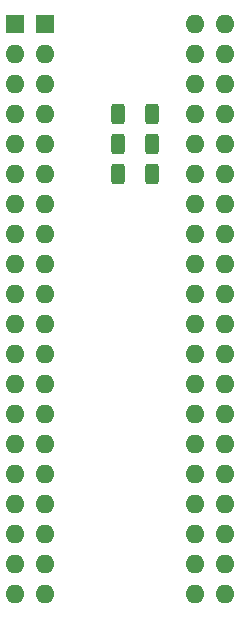
<source format=gbr>
%TF.GenerationSoftware,KiCad,Pcbnew,(6.0.1-0)*%
%TF.CreationDate,2022-02-15T12:12:10-07:00*%
%TF.ProjectId,TMS9118-9128,544d5339-3131-4382-9d39-3132382e6b69,rev?*%
%TF.SameCoordinates,Original*%
%TF.FileFunction,Soldermask,Bot*%
%TF.FilePolarity,Negative*%
%FSLAX46Y46*%
G04 Gerber Fmt 4.6, Leading zero omitted, Abs format (unit mm)*
G04 Created by KiCad (PCBNEW (6.0.1-0)) date 2022-02-15 12:12:10*
%MOMM*%
%LPD*%
G01*
G04 APERTURE LIST*
G04 Aperture macros list*
%AMRoundRect*
0 Rectangle with rounded corners*
0 $1 Rounding radius*
0 $2 $3 $4 $5 $6 $7 $8 $9 X,Y pos of 4 corners*
0 Add a 4 corners polygon primitive as box body*
4,1,4,$2,$3,$4,$5,$6,$7,$8,$9,$2,$3,0*
0 Add four circle primitives for the rounded corners*
1,1,$1+$1,$2,$3*
1,1,$1+$1,$4,$5*
1,1,$1+$1,$6,$7*
1,1,$1+$1,$8,$9*
0 Add four rect primitives between the rounded corners*
20,1,$1+$1,$2,$3,$4,$5,0*
20,1,$1+$1,$4,$5,$6,$7,0*
20,1,$1+$1,$6,$7,$8,$9,0*
20,1,$1+$1,$8,$9,$2,$3,0*%
G04 Aperture macros list end*
%ADD10R,1.600000X1.600000*%
%ADD11O,1.600000X1.600000*%
%ADD12RoundRect,0.250000X0.312500X0.625000X-0.312500X0.625000X-0.312500X-0.625000X0.312500X-0.625000X0*%
G04 APERTURE END LIST*
D10*
%TO.C,BOARD SIDE*%
X124460000Y-66040000D03*
D11*
X124460000Y-68580000D03*
X124460000Y-71120000D03*
X124460000Y-73660000D03*
X124460000Y-76200000D03*
X124460000Y-78740000D03*
X124460000Y-81280000D03*
X124460000Y-83820000D03*
X124460000Y-86360000D03*
X124460000Y-88900000D03*
X124460000Y-91440000D03*
X124460000Y-93980000D03*
X124460000Y-96520000D03*
X124460000Y-99060000D03*
X124460000Y-101600000D03*
X124460000Y-104140000D03*
X124460000Y-106680000D03*
X124460000Y-109220000D03*
X124460000Y-111760000D03*
X124460000Y-114300000D03*
X139700000Y-114300000D03*
X139700000Y-111760000D03*
X139700000Y-109220000D03*
X139700000Y-106680000D03*
X139700000Y-104140000D03*
X139700000Y-101600000D03*
X139700000Y-99060000D03*
X139700000Y-96520000D03*
X139700000Y-93980000D03*
X139700000Y-91440000D03*
X139700000Y-88900000D03*
X139700000Y-86360000D03*
X139700000Y-83820000D03*
X139700000Y-81280000D03*
X139700000Y-78740000D03*
X139700000Y-76200000D03*
X139700000Y-73660000D03*
X139700000Y-71120000D03*
X139700000Y-68580000D03*
X139700000Y-66040000D03*
%TD*%
D10*
%TO.C,TMS9128*%
X121920000Y-66040000D03*
D11*
X121920000Y-68580000D03*
X121920000Y-71120000D03*
X121920000Y-73660000D03*
X121920000Y-76200000D03*
X121920000Y-78740000D03*
X121920000Y-81280000D03*
X121920000Y-83820000D03*
X121920000Y-86360000D03*
X121920000Y-88900000D03*
X121920000Y-91440000D03*
X121920000Y-93980000D03*
X121920000Y-96520000D03*
X121920000Y-99060000D03*
X121920000Y-101600000D03*
X121920000Y-104140000D03*
X121920000Y-106680000D03*
X121920000Y-109220000D03*
X121920000Y-111760000D03*
X121920000Y-114300000D03*
X137160000Y-114300000D03*
X137160000Y-111760000D03*
X137160000Y-109220000D03*
X137160000Y-106680000D03*
X137160000Y-104140000D03*
X137160000Y-101600000D03*
X137160000Y-99060000D03*
X137160000Y-96520000D03*
X137160000Y-93980000D03*
X137160000Y-91440000D03*
X137160000Y-88900000D03*
X137160000Y-86360000D03*
X137160000Y-83820000D03*
X137160000Y-81280000D03*
X137160000Y-78740000D03*
X137160000Y-76200000D03*
X137160000Y-73660000D03*
X137160000Y-71120000D03*
X137160000Y-68580000D03*
X137160000Y-66040000D03*
%TD*%
D12*
%TO.C,R1*%
X133542500Y-73660000D03*
X130617500Y-73660000D03*
%TD*%
%TO.C,R2*%
X133542500Y-76200000D03*
X130617500Y-76200000D03*
%TD*%
%TO.C,R3*%
X133542500Y-78740000D03*
X130617500Y-78740000D03*
%TD*%
M02*

</source>
